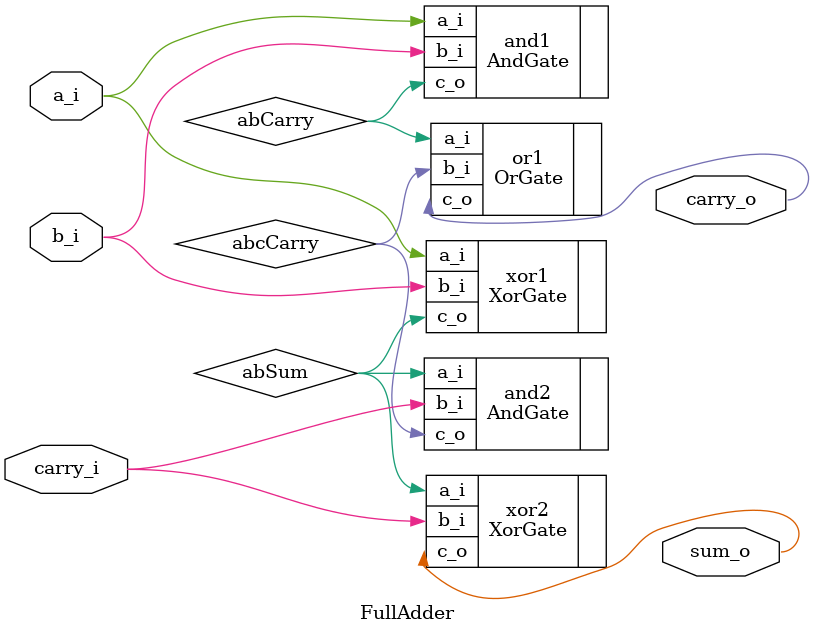
<source format=v>
`timescale 1ns / 1ps


module FullAdder (
    input a_i,
    input b_i,
    input carry_i,
    output sum_o,
    output carry_o
);
    wire abSum, abCarry, abcCarry;
    
    XorGate xor1(.a_i(a_i), .b_i(b_i), .c_o(abSum));
    AndGate and1(.a_i(a_i), .b_i(b_i), .c_o(abCarry));
    
    XorGate xor2(.a_i(abSum), .b_i(carry_i), .c_o(sum_o));
    AndGate and2(.a_i(abSum), .b_i(carry_i), .c_o(abcCarry));
    
    OrGate or1(.a_i(abCarry), .b_i(abcCarry), .c_o(carry_o));
endmodule

</source>
